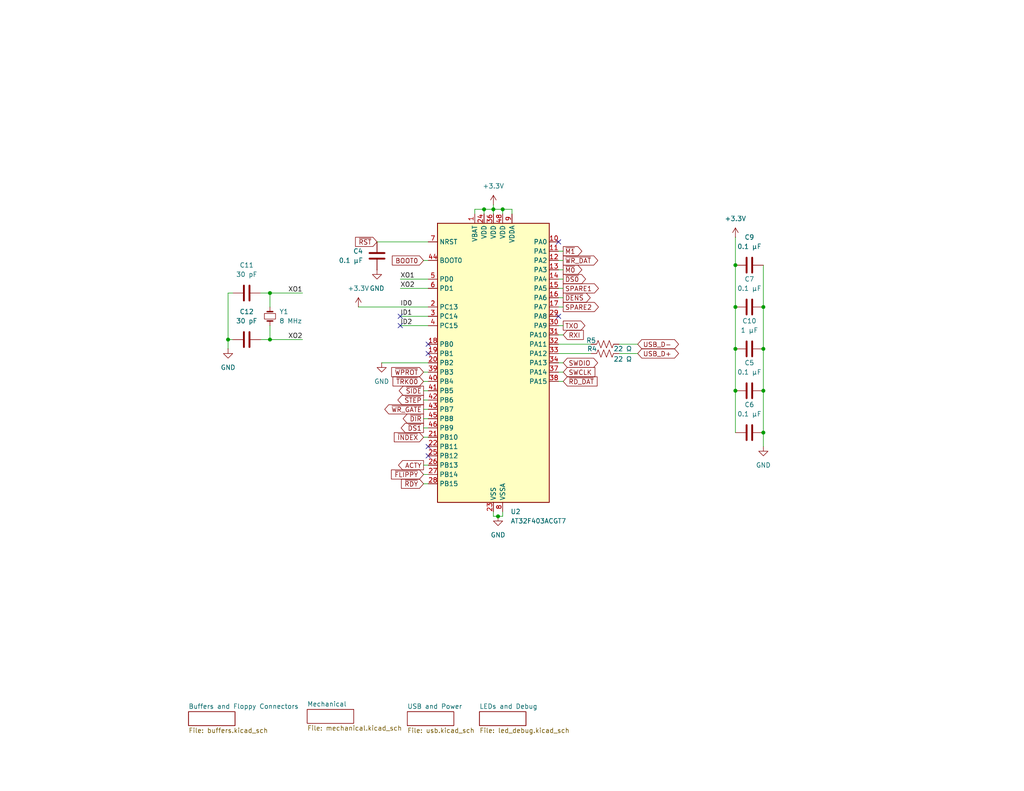
<source format=kicad_sch>
(kicad_sch (version 20250114) (generator "eeschema") (generator_version "9.0")
  (paper "USLetter")
  (lib_symbols
    (symbol "partdb:AT32F403ACGT7"
      (property "Reference" "U" (at -15.24 39.37 0))
      (property "Value" "AT32F403ACGT7" (at 7.62 39.37 0))
      (symbol "AT32F403ACGT7_0_1"
        (rectangle (start -15.24 -38.1) (end 15.24 38.1) (stroke (width 0.254)) (fill (type background)))
      )
      (symbol "AT32F403ACGT7_1_1"
        (pin input line (at -17.78 33.02 0) (length 2.54) (name "NRST") (number "7"))
        (pin input line (at -17.78 27.94 0) (length 2.54) (name "BOOT0") (number "44"))
        (pin bidirectional line (at -17.78 22.86 0) (length 2.54) (name "PD0") (number "5"))
        (pin bidirectional line (at -17.78 20.32 0) (length 2.54) (name "PD1") (number "6"))
        (pin bidirectional line (at -17.78 15.24 0) (length 2.54) (name "PC13") (number "2"))
        (pin bidirectional line (at -17.78 12.7 0) (length 2.54) (name "PC14") (number "3"))
        (pin bidirectional line (at -17.78 10.16 0) (length 2.54) (name "PC15") (number "4"))
        (pin bidirectional line (at -17.78 5.08 0) (length 2.54) (name "PB0") (number "18"))
        (pin bidirectional line (at -17.78 2.54 0) (length 2.54) (name "PB1") (number "19"))
        (pin bidirectional line (at -17.78 0 0) (length 2.54) (name "PB2") (number "20"))
        (pin bidirectional line (at -17.78 -2.54 0) (length 2.54) (name "PB3") (number "39"))
        (pin bidirectional line (at -17.78 -5.08 0) (length 2.54) (name "PB4") (number "40"))
        (pin bidirectional line (at -17.78 -7.62 0) (length 2.54) (name "PB5") (number "41"))
        (pin bidirectional line (at -17.78 -10.16 0) (length 2.54) (name "PB6") (number "42"))
        (pin bidirectional line (at -17.78 -12.7 0) (length 2.54) (name "PB7") (number "43"))
        (pin bidirectional line (at -17.78 -15.24 0) (length 2.54) (name "PB8") (number "45"))
        (pin bidirectional line (at -17.78 -17.78 0) (length 2.54) (name "PB9") (number "46"))
        (pin bidirectional line (at -17.78 -20.32 0) (length 2.54) (name "PB10") (number "21"))
        (pin bidirectional line (at -17.78 -22.86 0) (length 2.54) (name "PB11") (number "22"))
        (pin bidirectional line (at -17.78 -25.4 0) (length 2.54) (name "PB12") (number "25"))
        (pin bidirectional line (at -17.78 -27.94 0) (length 2.54) (name "PB13") (number "26"))
        (pin bidirectional line (at -17.78 -30.48 0) (length 2.54) (name "PB14") (number "27"))
        (pin bidirectional line (at -17.78 -33.02 0) (length 2.54) (name "PB15") (number "28"))
        (pin power_in line (at -5.08 40.64 270) (length 2.54) (name "VBAT") (number "1"))
        (pin power_in line (at -2.54 40.64 270) (length 2.54) (name "VDD") (number "24"))
        (pin power_in line (at 0 40.64 270) (length 2.54) (name "VDD") (number "36"))
        (pin power_in line (at 0 -40.64 90) (length 2.54) (name "VSS") (number "23"))
        (pin passive line (at 0 -40.64 90) (length 2.54) (hide yes) (name "VSS") (number "35"))
        (pin passive line (at 0 -40.64 90) (length 2.54) (hide yes) (name "VSS") (number "47"))
        (pin power_in line (at 2.54 40.64 270) (length 2.54) (name "VDD") (number "48"))
        (pin power_in line (at 2.54 -40.64 90) (length 2.54) (name "VSSA") (number "8"))
        (pin power_in line (at 5.08 40.64 270) (length 2.54) (name "VDDA") (number "9"))
        (pin bidirectional line (at 17.78 33.02 180) (length 2.54) (name "PA0") (number "10"))
        (pin bidirectional line (at 17.78 30.48 180) (length 2.54) (name "PA1") (number "11"))
        (pin bidirectional line (at 17.78 27.94 180) (length 2.54) (name "PA2") (number "12"))
        (pin bidirectional line (at 17.78 25.4 180) (length 2.54) (name "PA3") (number "13"))
        (pin bidirectional line (at 17.78 22.86 180) (length 2.54) (name "PA4") (number "14"))
        (pin bidirectional line (at 17.78 20.32 180) (length 2.54) (name "PA5") (number "15"))
        (pin bidirectional line (at 17.78 17.78 180) (length 2.54) (name "PA6") (number "16"))
        (pin bidirectional line (at 17.78 15.24 180) (length 2.54) (name "PA7") (number "17"))
        (pin bidirectional line (at 17.78 12.7 180) (length 2.54) (name "PA8") (number "29"))
        (pin bidirectional line (at 17.78 10.16 180) (length 2.54) (name "PA9") (number "30"))
        (pin bidirectional line (at 17.78 7.62 180) (length 2.54) (name "PA10") (number "31"))
        (pin bidirectional line (at 17.78 5.08 180) (length 2.54) (name "PA11") (number "32"))
        (pin bidirectional line (at 17.78 2.54 180) (length 2.54) (name "PA12") (number "33"))
        (pin bidirectional line (at 17.78 0 180) (length 2.54) (name "PA13") (number "34"))
        (pin bidirectional line (at 17.78 -2.54 180) (length 2.54) (name "PA14") (number "37"))
        (pin bidirectional line (at 17.78 -5.08 180) (length 2.54) (name "PA15") (number "38"))
      )
    )
    (symbol "partdb:C-0402-0U1-16" (pin_numbers (hide yes)) (pin_names (offset 0.254)) (exclude_from_sim yes)
      (property "Reference" "C" (at 0.635 2.54 0))
      (property "Value" "0.1 µF" (at 0.635 -2.54 0))
      (symbol "C-0402-0U1-16_0_1"
        (polyline (pts (xy -2.032 0.762) (xy 2.032 0.762)) (stroke (width 0.508)))
        (polyline (pts (xy -2.032 -0.762) (xy 2.032 -0.762)) (stroke (width 0.508)))
      )
      (symbol "C-0402-0U1-16_1_1"
        (pin passive line (at 0 3.81 270) (length 2.794) (name "~") (number "1"))
        (pin passive line (at 0 -3.81 90) (length 2.794) (name "~") (number "2"))
      )
    )
    (symbol "partdb:C-0402-1U0-25" (pin_numbers (hide yes)) (pin_names (offset 0.254)) (exclude_from_sim yes)
      (property "Reference" "C" (at 0.635 2.54 0))
      (property "Value" "1 µF" (at 0.635 -2.54 0))
      (symbol "C-0402-1U0-25_0_1"
        (polyline (pts (xy -2.032 0.762) (xy 2.032 0.762)) (stroke (width 0.508)))
        (polyline (pts (xy -2.032 -0.762) (xy 2.032 -0.762)) (stroke (width 0.508)))
      )
      (symbol "C-0402-1U0-25_1_1"
        (pin passive line (at 0 3.81 270) (length 2.794) (name "~") (number "1"))
        (pin passive line (at 0 -3.81 90) (length 2.794) (name "~") (number "2"))
      )
    )
    (symbol "partdb:C-0402-30P-50" (pin_numbers (hide yes)) (pin_names (offset 0.254)) (exclude_from_sim yes)
      (property "Reference" "C" (at 0.635 2.54 0))
      (property "Value" "30 pF" (at 0.635 -2.54 0))
      (symbol "C-0402-30P-50_0_1"
        (polyline (pts (xy -2.032 0.762) (xy 2.032 0.762)) (stroke (width 0.508)))
        (polyline (pts (xy -2.032 -0.762) (xy 2.032 -0.762)) (stroke (width 0.508)))
      )
      (symbol "C-0402-30P-50_1_1"
        (pin passive line (at 0 3.81 270) (length 2.794) (name "~") (number "1"))
        (pin passive line (at 0 -3.81 90) (length 2.794) (name "~") (number "2"))
      )
    )
    (symbol "partdb:R-0402-22R0" (pin_numbers (hide yes)) (pin_names (offset 0)) (exclude_from_sim yes)
      (property "Reference" "R" (at 2.54 0 90))
      (property "Value" "22 Ω" (at -2.54 0 90))
      (symbol "R-0402-22R0_0_1"
        (polyline (pts (xy 0 2.286) (xy 0 2.54)))
        (polyline (pts (xy 0 2.286) (xy 1.016 1.905) (xy 0 1.524) (xy -1.016 1.143) (xy 0 0.762)))
        (polyline (pts (xy 0 0.762) (xy 1.016 0.381) (xy 0 0) (xy -1.016 -0.381) (xy 0 -0.762)))
        (polyline (pts (xy 0 -0.762) (xy 1.016 -1.143) (xy 0 -1.524) (xy -1.016 -1.905) (xy 0 -2.286)))
        (polyline (pts (xy 0 -2.286) (xy 0 -2.54)))
      )
      (symbol "R-0402-22R0_1_1"
        (pin passive line (at 0 3.81 270) (length 1.27) (name "~") (number "1"))
        (pin passive line (at 0 -3.81 90) (length 1.27) (name "~") (number "2"))
      )
    )
    (symbol "partdb:X50328MSB2GI" (pin_numbers (hide yes)) (pin_names (offset 1.016) (hide yes)) (exclude_from_sim yes)
      (property "Reference" "Y" (at 0 2.54 0))
      (property "Value" "8 MHz" (at 0 -2.54 0))
      (symbol "X50328MSB2GI_0_1"
        (polyline (pts (xy -1.27 -0.762) (xy -1.27 0.762)) (stroke (width 0.381)))
        (rectangle (start -0.762 -1.524) (end 0.762 1.524))
        (polyline (pts (xy 1.27 -0.762) (xy 1.27 0.762)) (stroke (width 0.381)))
      )
      (symbol "X50328MSB2GI_1_1"
        (pin passive line (at -2.54 0 0) (length 1.27) (name "1") (number "1"))
        (pin passive line (at 2.54 0 180) (length 1.27) (name "2") (number "2"))
      )
    )
    (symbol "power:+3.3V" (power) (pin_numbers (hide yes)) (pin_names (offset 0) (hide yes))
      (property "Value" "+3.3V" (at 0 3.556 0))
      (symbol "+3.3V_0_1"
        (polyline (pts (xy -0.762 1.27) (xy 0 2.54)))
        (polyline (pts (xy 0 2.54) (xy 0.762 1.27)))
        (polyline (pts (xy 0 0) (xy 0 2.54)))
      )
      (symbol "+3.3V_1_1"
        (pin power_in line (at 0 0 90) (length 0) (name "~") (number "1"))
      )
    )
    (symbol "power:GND" (power) (pin_numbers (hide yes)) (pin_names (offset 0) (hide yes))
      (property "Value" "GND" (at 0 -3.81 0))
      (symbol "GND_0_1"
        (polyline (pts (xy 0 0) (xy 0 -1.27) (xy 1.27 -1.27) (xy 0 -2.54) (xy -1.27 -1.27) (xy 0 -1.27)))
      )
      (symbol "GND_1_1"
        (pin power_in line (at 0 0 270) (length 0) (name "~") (number "1"))
      )
    )
  )
  (junction (at 132.08 57.15))
  (junction (at 208.28 106.68))
  (junction (at 73.66 92.71))
  (junction (at 200.66 95.25))
  (junction (at 135.89 140.97))
  (junction (at 134.62 57.15))
  (junction (at 208.28 118.11))
  (junction (at 62.23 92.71))
  (junction (at 200.66 83.82))
  (junction (at 137.16 57.15))
  (junction (at 200.66 106.68))
  (junction (at 208.28 95.25))
  (junction (at 73.66 80.01))
  (junction (at 208.28 83.82))
  (junction (at 200.66 72.39))
  (no_connect (at 152.4 86.36))
  (no_connect (at 109.22 88.9))
  (no_connect (at 116.84 93.98))
  (no_connect (at 152.4 66.04))
  (no_connect (at 116.84 124.46))
  (no_connect (at 116.84 96.52))
  (no_connect (at 116.84 121.92))
  (no_connect (at 109.22 86.36))
  (wire (pts (xy 173.99 96.52) (xy 168.91 96.52)))
  (wire (pts (xy 153.67 73.66) (xy 152.4 73.66)))
  (wire (pts (xy 153.67 101.6) (xy 152.4 101.6)))
  (wire (pts (xy 115.57 129.54) (xy 116.84 129.54)))
  (wire (pts (xy 115.57 111.76) (xy 116.84 111.76)))
  (wire (pts (xy 200.66 83.82) (xy 200.66 95.25)))
  (wire (pts (xy 62.23 95.25) (xy 62.23 92.71)))
  (wire (pts (xy 115.57 106.68) (xy 116.84 106.68)))
  (wire (pts (xy 132.08 57.15) (xy 129.54 57.15)))
  (wire (pts (xy 73.66 92.71) (xy 71.12 92.71)))
  (wire (pts (xy 73.66 88.9) (xy 73.66 92.71)))
  (wire (pts (xy 82.55 80.01) (xy 73.66 80.01)))
  (wire (pts (xy 161.29 93.98) (xy 152.4 93.98)))
  (wire (pts (xy 153.67 83.82) (xy 152.4 83.82)))
  (wire (pts (xy 115.57 71.12) (xy 116.84 71.12)))
  (wire (pts (xy 62.23 80.01) (xy 63.5 80.01)))
  (wire (pts (xy 134.62 140.97) (xy 135.89 140.97)))
  (wire (pts (xy 153.67 81.28) (xy 152.4 81.28)))
  (wire (pts (xy 137.16 139.7) (xy 137.16 140.97)))
  (wire (pts (xy 104.14 99.06) (xy 116.84 99.06)))
  (wire (pts (xy 137.16 57.15) (xy 134.62 57.15)))
  (wire (pts (xy 200.66 64.77) (xy 200.66 72.39)))
  (wire (pts (xy 62.23 92.71) (xy 63.5 92.71)))
  (wire (pts (xy 62.23 92.71) (xy 62.23 80.01)))
  (wire (pts (xy 153.67 91.44) (xy 152.4 91.44)))
  (wire (pts (xy 135.89 140.97) (xy 137.16 140.97)))
  (wire (pts (xy 115.57 101.6) (xy 116.84 101.6)))
  (wire (pts (xy 153.67 76.2) (xy 152.4 76.2)))
  (wire (pts (xy 129.54 57.15) (xy 129.54 58.42)))
  (wire (pts (xy 115.57 114.3) (xy 116.84 114.3)))
  (wire (pts (xy 139.7 57.15) (xy 137.16 57.15)))
  (wire (pts (xy 71.12 80.01) (xy 73.66 80.01)))
  (wire (pts (xy 115.57 132.08) (xy 116.84 132.08)))
  (wire (pts (xy 200.66 106.68) (xy 200.66 118.11)))
  (wire (pts (xy 153.67 88.9) (xy 152.4 88.9)))
  (wire (pts (xy 208.28 83.82) (xy 208.28 95.25)))
  (wire (pts (xy 115.57 104.14) (xy 116.84 104.14)))
  (wire (pts (xy 208.28 72.39) (xy 208.28 83.82)))
  (wire (pts (xy 134.62 55.88) (xy 134.62 57.15)))
  (wire (pts (xy 134.62 57.15) (xy 132.08 57.15)))
  (wire (pts (xy 97.79 83.82) (xy 116.84 83.82)))
  (wire (pts (xy 102.87 66.04) (xy 116.84 66.04)))
  (wire (pts (xy 139.7 58.42) (xy 139.7 57.15)))
  (wire (pts (xy 109.22 76.2) (xy 116.84 76.2)))
  (wire (pts (xy 208.28 118.11) (xy 208.28 121.92)))
  (wire (pts (xy 200.66 72.39) (xy 200.66 83.82)))
  (wire (pts (xy 153.67 99.06) (xy 152.4 99.06)))
  (wire (pts (xy 109.22 78.74) (xy 116.84 78.74)))
  (wire (pts (xy 109.22 88.9) (xy 116.84 88.9)))
  (wire (pts (xy 115.57 116.84) (xy 116.84 116.84)))
  (wire (pts (xy 173.99 93.98) (xy 168.91 93.98)))
  (wire (pts (xy 208.28 106.68) (xy 208.28 118.11)))
  (wire (pts (xy 137.16 57.15) (xy 137.16 58.42)))
  (wire (pts (xy 115.57 109.22) (xy 116.84 109.22)))
  (wire (pts (xy 132.08 57.15) (xy 132.08 58.42)))
  (wire (pts (xy 115.57 127) (xy 116.84 127)))
  (wire (pts (xy 153.67 71.12) (xy 152.4 71.12)))
  (wire (pts (xy 153.67 78.74) (xy 152.4 78.74)))
  (wire (pts (xy 208.28 95.25) (xy 208.28 106.68)))
  (wire (pts (xy 82.55 92.71) (xy 73.66 92.71)))
  (wire (pts (xy 109.22 86.36) (xy 116.84 86.36)))
  (wire (pts (xy 153.67 104.14) (xy 152.4 104.14)))
  (wire (pts (xy 73.66 80.01) (xy 73.66 83.82)))
  (wire (pts (xy 134.62 139.7) (xy 134.62 140.97)))
  (wire (pts (xy 200.66 95.25) (xy 200.66 106.68)))
  (wire (pts (xy 161.29 96.52) (xy 152.4 96.52)))
  (wire (pts (xy 153.67 68.58) (xy 152.4 68.58)))
  (wire (pts (xy 115.57 119.38) (xy 116.84 119.38)))
  (wire (pts (xy 134.62 57.15) (xy 134.62 58.42)))
  (label "ID1" (at 109.22 86.36 0))
  (label "ID0" (at 109.22 83.82 0))
  (label "XO2" (at 82.55 92.71 180))
  (label "XO1" (at 109.22 76.2 0))
  (label "XO1" (at 82.55 80.01 180))
  (label "XO2" (at 109.22 78.74 0))
  (label "ID2" (at 109.22 88.9 0))
  (global_label "~{M1}" (shape output) (at 153.67 68.58 0) (property "Intersheetrefs" "${INTERSHEET_REFS}" (effects (hide yes))))
  (global_label "~{FLIPPY}" (shape input) (at 115.57 129.54 180) (property "Intersheetrefs" "${INTERSHEET_REFS}" (effects (hide yes))))
  (global_label "~{RD_DAT}" (shape input) (at 153.67 104.14 0) (property "Intersheetrefs" "${INTERSHEET_REFS}" (effects (hide yes))))
  (global_label "~{DS0}" (shape output) (at 153.67 76.2 0) (property "Intersheetrefs" "${INTERSHEET_REFS}" (effects (hide yes))))
  (global_label "~{DENS}" (shape output) (at 153.67 81.28 0) (property "Intersheetrefs" "${INTERSHEET_REFS}" (effects (hide yes))))
  (global_label "~{RST}" (shape input) (at 102.87 66.04 180) (property "Intersheetrefs" "${INTERSHEET_REFS}" (effects (hide yes))))
  (global_label "~{M0}" (shape output) (at 153.67 73.66 0) (property "Intersheetrefs" "${INTERSHEET_REFS}" (effects (hide yes))))
  (global_label "~{TRK00}" (shape input) (at 115.57 104.14 180) (property "Intersheetrefs" "${INTERSHEET_REFS}" (effects (hide yes))))
  (global_label "~{STEP}" (shape output) (at 115.57 109.22 180) (property "Intersheetrefs" "${INTERSHEET_REFS}" (effects (hide yes))))
  (global_label "SWCLK" (shape input) (at 153.67 101.6 0) (property "Intersheetrefs" "${INTERSHEET_REFS}" (effects (hide yes))))
  (global_label "USB_D+" (shape bidirectional) (at 173.99 96.52 0) (property "Intersheetrefs" "${INTERSHEET_REFS}" (effects (hide yes))))
  (global_label "BOOT0" (shape input) (at 115.57 71.12 180) (property "Intersheetrefs" "${INTERSHEET_REFS}" (effects (hide yes))))
  (global_label "RXI" (shape input) (at 153.67 91.44 0) (property "Intersheetrefs" "${INTERSHEET_REFS}" (effects (hide yes))))
  (global_label "SPARE1" (shape output) (at 153.67 78.74 0) (property "Intersheetrefs" "${INTERSHEET_REFS}" (effects (hide yes))))
  (global_label "~{WPROT}" (shape input) (at 115.57 101.6 180) (property "Intersheetrefs" "${INTERSHEET_REFS}" (effects (hide yes))))
  (global_label "~{RDY}" (shape input) (at 115.57 132.08 180) (property "Intersheetrefs" "${INTERSHEET_REFS}" (effects (hide yes))))
  (global_label "~{DS1}" (shape output) (at 115.57 116.84 180) (property "Intersheetrefs" "${INTERSHEET_REFS}" (effects (hide yes))))
  (global_label "TXO" (shape output) (at 153.67 88.9 0) (property "Intersheetrefs" "${INTERSHEET_REFS}" (effects (hide yes))))
  (global_label "~{WR_GATE}" (shape output) (at 115.57 111.76 180) (property "Intersheetrefs" "${INTERSHEET_REFS}" (effects (hide yes))))
  (global_label "~{DIR}" (shape output) (at 115.57 114.3 180) (property "Intersheetrefs" "${INTERSHEET_REFS}" (effects (hide yes))))
  (global_label "SPARE2" (shape output) (at 153.67 83.82 0) (property "Intersheetrefs" "${INTERSHEET_REFS}" (effects (hide yes))))
  (global_label "ACTY" (shape output) (at 115.57 127 180) (property "Intersheetrefs" "${INTERSHEET_REFS}" (effects (hide yes))))
  (global_label "~{INDEX}" (shape input) (at 115.57 119.38 180) (property "Intersheetrefs" "${INTERSHEET_REFS}" (effects (hide yes))))
  (global_label "~{SIDE}" (shape output) (at 115.57 106.68 180) (property "Intersheetrefs" "${INTERSHEET_REFS}" (effects (hide yes))))
  (global_label "SWDIO" (shape bidirectional) (at 153.67 99.06 0) (property "Intersheetrefs" "${INTERSHEET_REFS}" (effects (hide yes))))
  (global_label "USB_D-" (shape bidirectional) (at 173.99 93.98 0) (property "Intersheetrefs" "${INTERSHEET_REFS}" (effects (hide yes))))
  (global_label "~{WR_DAT}" (shape output) (at 153.67 71.12 0) (property "Intersheetrefs" "${INTERSHEET_REFS}" (effects (hide yes))))
  (symbol (lib_id "partdb:R-0402-22R0") (at 165.1 96.52 90) (unit 1) (exclude_from_sim yes)
    (property "Reference" "R4" (at 161.544 95.25 90))
    (property "Value" "22 Ω" (at 169.926 98.044 90))
    (property "Footprint" "Resistor_SMD:R_0402_1005Metric" (effects (hide yes)))
    (property "Datasheet" "https://partdb.alfter.us/en/part/287/info" (effects (hide yes)))
    (property "Description" "resistor 22 Ω 1%" (effects (hide yes)))
    (property "Category" "Resistors/Chip Resistor - Surface Mount" (effects (hide yes)))
    (property "Part-DB Footprint" "0402" (effects (hide yes)))
    (property "Part-DB ID" "287" (effects (hide yes)))
    (property "LCSC" "C25092" (effects (hide yes)))
    (property "MPN" "0402WGF220JTCE" (effects (hide yes)))
    (property "Manufacturer" "Uniroyal Elec" (effects (hide yes)))
  )
  (symbol (lib_id "power:GND") (at 208.28 121.92 0) (unit 1)
    (property "Reference" "#PWR03" (effects (hide yes)))
    (property "Value" "GND" (at 208.28 127 0))
    (property "Description" "Power symbol creates a global label with name \"GND\" , ground" (effects (hide yes)))
  )
  (symbol (lib_id "power:+3.3V") (at 200.66 64.77 0) (unit 1)
    (property "Reference" "#PWR02" (effects (hide yes)))
    (property "Value" "+3.3V" (at 200.66 59.69 0))
    (property "Description" "Power symbol creates a global label with name \"+3.3V\"" (effects (hide yes)))
  )
  (symbol (lib_id "power:+3.3V") (at 134.62 55.88 0) (unit 1)
    (property "Reference" "#PWR06" (effects (hide yes)))
    (property "Value" "+3.3V" (at 134.62 50.8 0))
    (property "Description" "Power symbol creates a global label with name \"+3.3V\"" (effects (hide yes)))
  )
  (symbol (lib_id "power:GND") (at 135.89 140.97 0) (unit 1)
    (property "Reference" "#PWR05" (effects (hide yes)))
    (property "Value" "GND" (at 135.89 146.05 0))
    (property "Description" "Power symbol creates a global label with name \"GND\" , ground" (effects (hide yes)))
  )
  (symbol (lib_id "partdb:C-0402-0U1-16") (at 204.47 118.11 90) (unit 1) (exclude_from_sim yes)
    (property "Reference" "C6" (at 204.47 110.49 90))
    (property "Value" "0.1 µF" (at 204.47 113.03 90))
    (property "Footprint" "Capacitor_SMD:C_0402_1005Metric" (effects (hide yes)))
    (property "Datasheet" "https://partdb.alfter.us/en/part/261/info" (effects (hide yes)))
    (property "Description" "capacitor 0.1 µF ±10% 16V X7R" (effects (hide yes)))
    (property "Category" "Capacitors/Ceramic Capacitors" (effects (hide yes)))
    (property "Part-DB Footprint" "0402" (effects (hide yes)))
    (property "Part-DB ID" "261" (effects (hide yes)))
    (property "DigiKey" "1276-1001-1-ND" (effects (hide yes)))
    (property "LCSC" "C1525" (effects (hide yes)))
    (property "MPN" "CL05B104KO5NNNC" (effects (hide yes)))
    (property "Manufacturer" "Samsung Electro-Mechanics" (effects (hide yes)))
  )
  (symbol (lib_id "partdb:C-0402-0U1-16") (at 204.47 106.68 90) (unit 1) (exclude_from_sim yes)
    (property "Reference" "C5" (at 204.47 99.06 90))
    (property "Value" "0.1 µF" (at 204.47 101.6 90))
    (property "Footprint" "Capacitor_SMD:C_0402_1005Metric" (effects (hide yes)))
    (property "Datasheet" "https://partdb.alfter.us/en/part/261/info" (effects (hide yes)))
    (property "Description" "capacitor 0.1 µF ±10% 16V X7R" (effects (hide yes)))
    (property "Category" "Capacitors/Ceramic Capacitors" (effects (hide yes)))
    (property "Part-DB Footprint" "0402" (effects (hide yes)))
    (property "Part-DB ID" "261" (effects (hide yes)))
    (property "DigiKey" "1276-1001-1-ND" (effects (hide yes)))
    (property "LCSC" "C1525" (effects (hide yes)))
    (property "MPN" "CL05B104KO5NNNC" (effects (hide yes)))
    (property "Manufacturer" "Samsung Electro-Mechanics" (effects (hide yes)))
  )
  (symbol (lib_id "partdb:C-0402-0U1-16") (at 204.47 83.82 90) (unit 1) (exclude_from_sim yes)
    (property "Reference" "C7" (at 204.47 76.2 90))
    (property "Value" "0.1 µF" (at 204.47 78.74 90))
    (property "Footprint" "Capacitor_SMD:C_0402_1005Metric" (effects (hide yes)))
    (property "Datasheet" "https://partdb.alfter.us/en/part/261/info" (effects (hide yes)))
    (property "Description" "capacitor 0.1 µF ±10% 16V X7R" (effects (hide yes)))
    (property "Category" "Capacitors/Ceramic Capacitors" (effects (hide yes)))
    (property "Part-DB Footprint" "0402" (effects (hide yes)))
    (property "Part-DB ID" "261" (effects (hide yes)))
    (property "DigiKey" "1276-1001-1-ND" (effects (hide yes)))
    (property "LCSC" "C1525" (effects (hide yes)))
    (property "MPN" "CL05B104KO5NNNC" (effects (hide yes)))
    (property "Manufacturer" "Samsung Electro-Mechanics" (effects (hide yes)))
  )
  (symbol (lib_id "partdb:C-0402-0U1-16") (at 204.47 72.39 90) (unit 1) (exclude_from_sim yes)
    (property "Reference" "C9" (at 204.47 64.77 90))
    (property "Value" "0.1 µF" (at 204.47 67.31 90))
    (property "Footprint" "Capacitor_SMD:C_0402_1005Metric" (effects (hide yes)))
    (property "Datasheet" "https://partdb.alfter.us/en/part/261/info" (effects (hide yes)))
    (property "Description" "capacitor 0.1 µF ±10% 16V X7R" (effects (hide yes)))
    (property "Category" "Capacitors/Ceramic Capacitors" (effects (hide yes)))
    (property "Part-DB Footprint" "0402" (effects (hide yes)))
    (property "Part-DB ID" "261" (effects (hide yes)))
    (property "DigiKey" "1276-1001-1-ND" (effects (hide yes)))
    (property "LCSC" "C1525" (effects (hide yes)))
    (property "MPN" "CL05B104KO5NNNC" (effects (hide yes)))
    (property "Manufacturer" "Samsung Electro-Mechanics" (effects (hide yes)))
  )
  (symbol (lib_id "partdb:C-0402-1U0-25") (at 204.47 95.25 90) (unit 1) (exclude_from_sim yes)
    (property "Reference" "C10" (at 204.47 87.63 90))
    (property "Value" "1 µF" (at 204.47 90.17 90))
    (property "Footprint" "Capacitor_SMD:C_0402_1005Metric" (effects (hide yes)))
    (property "Datasheet" "https://partdb.alfter.us/en/part/263/info" (effects (hide yes)))
    (property "Description" "capacitor 1 µF ±10% 25V X5R" (effects (hide yes)))
    (property "Category" "Capacitors/Ceramic Capacitors" (effects (hide yes)))
    (property "Part-DB Footprint" "0402" (effects (hide yes)))
    (property "Part-DB ID" "263" (effects (hide yes)))
    (property "DigiKey" "1276-1445-1-ND" (effects (hide yes)))
    (property "LCSC" "C52923" (effects (hide yes)))
    (property "MPN" "CL05A105KA5NQNC" (effects (hide yes)))
    (property "Manufacturer" "Samsung Electro-Mechanics" (effects (hide yes)))
  )
  (symbol (lib_id "power:GND") (at 102.87 73.66 0) (unit 1)
    (property "Reference" "#PWR07" (effects (hide yes)))
    (property "Value" "GND" (at 102.87 78.74 0))
    (property "Description" "Power symbol creates a global label with name \"GND\" , ground" (effects (hide yes)))
  )
  (symbol (lib_id "power:GND") (at 104.14 99.06 0) (unit 1)
    (property "Reference" "#PWR04" (effects (hide yes)))
    (property "Value" "GND" (at 104.14 104.14 0))
    (property "Description" "Power symbol creates a global label with name \"GND\" , ground" (effects (hide yes)))
  )
  (symbol (lib_id "partdb:R-0402-22R0") (at 165.1 93.98 90) (unit 1) (exclude_from_sim yes)
    (property "Reference" "R5" (at 161.29 92.964 90))
    (property "Value" "22 Ω" (at 169.926 95.25 90))
    (property "Footprint" "Resistor_SMD:R_0402_1005Metric" (effects (hide yes)))
    (property "Datasheet" "https://partdb.alfter.us/en/part/287/info" (effects (hide yes)))
    (property "Description" "resistor 22 Ω 1%" (effects (hide yes)))
    (property "Category" "Resistors/Chip Resistor - Surface Mount" (effects (hide yes)))
    (property "Part-DB Footprint" "0402" (effects (hide yes)))
    (property "Part-DB ID" "287" (effects (hide yes)))
    (property "LCSC" "C25092" (effects (hide yes)))
    (property "MPN" "0402WGF220JTCE" (effects (hide yes)))
    (property "Manufacturer" "Uniroyal Elec" (effects (hide yes)))
  )
  (symbol (lib_id "power:GND") (at 62.23 95.25 0) (mirror y) (unit 1)
    (property "Reference" "#PWR01" (effects (hide yes)))
    (property "Value" "GND" (at 62.23 100.33 0))
    (property "Description" "Power symbol creates a global label with name \"GND\" , ground" (effects (hide yes)))
  )
  (symbol (lib_id "partdb:C-0402-30P-50") (at 67.31 92.71 90) (unit 1) (exclude_from_sim yes)
    (property "Reference" "C12" (at 67.31 85.09 90))
    (property "Value" "30 pF" (at 67.31 87.63 90))
    (property "Footprint" "Capacitor_SMD:C_0402_1005Metric" (effects (hide yes)))
    (property "Datasheet" "https://partdb.alfter.us/en/part/470/info" (effects (hide yes)))
    (property "Description" "capacitor 30 pF ±5% 50V NP0" (effects (hide yes)))
    (property "Category" "Capacitors/Ceramic Capacitors" (effects (hide yes)))
    (property "Part-DB Footprint" "0402" (effects (hide yes)))
    (property "Part-DB ID" "470" (effects (hide yes)))
    (property "LCSC" "C1570" (effects (hide yes)))
    (property "MPN" "0402CG300J500NT" (effects (hide yes)))
    (property "Manufacturer" "FH (Guangdong Fenghua Advanced Tech)" (effects (hide yes)))
  )
  (symbol (lib_id "partdb:AT32F403ACGT7") (at 134.62 99.06 0) (unit 1)
    (property "Reference" "U2" (at 139.3033 139.7 0) (effects (justify left)))
    (property "Value" "AT32F403ACGT7" (at 139.3033 142.24 0) (effects (justify left)))
    (property "Footprint" "Package_QFP:LQFP-48_7x7mm_P0.5mm" (effects (hide yes)))
    (property "Datasheet" "https://partdb.alfter.us/en/part/485/info" (effects (hide yes)))
    (property "Description" "ARM-M4 LQFP-48(7x7) Microcontrollers (MCU/MPU/SOC) ROHS" (effects (hide yes)))
    (property "Category" "Integrated Circuits (ICs)/Embedded/Microcontrollers" (effects (hide yes)))
    (property "Manufacturer" "ARTERY" (effects (hide yes)))
    (property "MPN" "AT32F403ACGT7" (effects (hide yes)))
    (property "Part-DB Footprint" "LQFP-48(7x7)" (effects (hide yes)))
    (property "Mass" "0.17 g" (effects (hide yes)))
    (property "Part-DB ID" "485" (effects (hide yes)))
    (property "LCSC" "C528437" (effects (hide yes)))
  )
  (symbol (lib_id "partdb:X50328MSB2GI") (at 73.66 86.36 90) (unit 1) (exclude_from_sim yes)
    (property "Reference" "Y1" (at 76.2 85.0899 90) (effects (justify right)))
    (property "Value" "8 MHz" (at 76.2 87.6299 90) (effects (justify right)))
    (property "Footprint" "Crystal:Crystal_SMD_5032-2Pin_5.0x3.2mm" (effects (hide yes)))
    (property "Datasheet" "https://partdb.alfter.us/en/part/488/info" (effects (hide yes)))
    (property "Description" "8MHz Crystal Oscillator 20pF ±10ppm ±20ppm SMD5032 Crystals ROHS" (effects (hide yes)))
    (property "Category" "Crystals, Oscillators, Resonators/Crystals" (effects (hide yes)))
    (property "Manufacturer" "YXC Crystal Oscillators" (effects (hide yes)))
    (property "MPN" "X50328MSB2GI" (effects (hide yes)))
    (property "Part-DB Footprint" "SMD5032" (effects (hide yes)))
    (property "Mass" "0.156 g" (effects (hide yes)))
    (property "Part-DB ID" "488" (effects (hide yes)))
    (property "LCSC" "C115962" (effects (hide yes)))
  )
  (symbol (lib_id "power:+3.3V") (at 97.79 83.82 0) (unit 1)
    (property "Reference" "#PWR08" (effects (hide yes)))
    (property "Value" "+3.3V" (at 97.79 78.74 0))
    (property "Description" "Power symbol creates a global label with name \"+3.3V\"" (effects (hide yes)))
  )
  (symbol (lib_id "partdb:C-0402-30P-50") (at 67.31 80.01 90) (unit 1) (exclude_from_sim yes)
    (property "Reference" "C11" (at 67.31 72.39 90))
    (property "Value" "30 pF" (at 67.31 74.93 90))
    (property "Footprint" "Capacitor_SMD:C_0402_1005Metric" (effects (hide yes)))
    (property "Datasheet" "https://partdb.alfter.us/en/part/470/info" (effects (hide yes)))
    (property "Description" "capacitor 30 pF ±5% 50V NP0" (effects (hide yes)))
    (property "Category" "Capacitors/Ceramic Capacitors" (effects (hide yes)))
    (property "Part-DB Footprint" "0402" (effects (hide yes)))
    (property "Part-DB ID" "470" (effects (hide yes)))
    (property "LCSC" "C1570" (effects (hide yes)))
    (property "MPN" "0402CG300J500NT" (effects (hide yes)))
    (property "Manufacturer" "FH (Guangdong Fenghua Advanced Tech)" (effects (hide yes)))
  )
  (symbol (lib_id "partdb:C-0402-0U1-16") (at 102.87 69.85 0) (mirror y) (unit 1) (exclude_from_sim yes)
    (property "Reference" "C4" (at 99.06 68.5799 0) (effects (justify left)))
    (property "Value" "0.1 µF" (at 99.06 71.1199 0) (effects (justify left)))
    (property "Footprint" "Capacitor_SMD:C_0402_1005Metric" (effects (hide yes)))
    (property "Datasheet" "https://partdb.alfter.us/en/part/261/info" (effects (hide yes)))
    (property "Description" "capacitor 0.1 µF ±10% 16V X7R" (effects (hide yes)))
    (property "Category" "Capacitors/Ceramic Capacitors" (effects (hide yes)))
    (property "Part-DB Footprint" "0402" (effects (hide yes)))
    (property "Part-DB ID" "261" (effects (hide yes)))
    (property "DigiKey" "1276-1001-1-ND" (effects (hide yes)))
    (property "LCSC" "C1525" (effects (hide yes)))
    (property "MPN" "CL05B104KO5NNNC" (effects (hide yes)))
    (property "Manufacturer" "Samsung Electro-Mechanics" (effects (hide yes)))
  )
  (sheet (at 51.435 194.31) (size 12.7 3.81) (stroke (width 0.1524))
    (property "Sheetname" "Buffers and Floppy Connectors" (at 51.435 193.5984 0) (effects (justify left bottom)))
    (property "Sheetfile" "buffers.kicad_sch" (at 51.435 198.7046 0) (effects (justify left top)))
  )
  (sheet (at 111.125 194.31) (size 12.7 3.81) (stroke (width 0.1524))
    (property "Sheetname" "USB and Power" (at 111.125 193.5984 0) (effects (justify left bottom)))
    (property "Sheetfile" "usb.kicad_sch" (at 111.125 198.7046 0) (effects (justify left top)))
  )
  (sheet (at 83.82 193.675) (size 12.7 3.81) (stroke (width 0.1524))
    (property "Sheetname" "Mechanical" (at 83.82 192.9634 0) (effects (justify left bottom)))
    (property "Sheetfile" "mechanical.kicad_sch" (at 83.82 198.0696 0) (effects (justify left top)))
  )
  (sheet (at 130.81 194.31) (size 12.7 3.81) (stroke (width 0.1524))
    (property "Sheetname" "LEDs and Debug" (at 130.81 193.5984 0) (effects (justify left bottom)))
    (property "Sheetfile" "led_debug.kicad_sch" (at 130.81 198.7046 0) (effects (justify left top)))
  )
)
</source>
